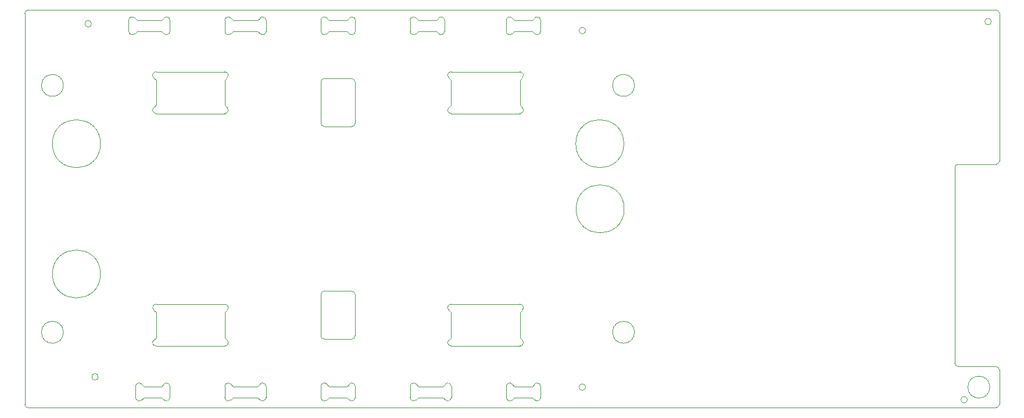
<source format=gm1>
G04 #@! TF.GenerationSoftware,KiCad,Pcbnew,(6.0.1-0)*
G04 #@! TF.CreationDate,2022-03-11T15:24:18+09:00*
G04 #@! TF.ProjectId,qLAMP-main,714c414d-502d-46d6-9169-6e2e6b696361,rev?*
G04 #@! TF.SameCoordinates,Original*
G04 #@! TF.FileFunction,Profile,NP*
%FSLAX46Y46*%
G04 Gerber Fmt 4.6, Leading zero omitted, Abs format (unit mm)*
G04 Created by KiCad (PCBNEW (6.0.1-0)) date 2022-03-11 15:24:18*
%MOMM*%
%LPD*%
G01*
G04 APERTURE LIST*
G04 #@! TA.AperFunction,Profile*
%ADD10C,0.100000*%
G04 #@! TD*
G04 APERTURE END LIST*
D10*
X86942944Y-74501749D02*
X87296497Y-74148195D01*
X111357157Y-127898251D02*
X111003604Y-127544698D01*
X96150050Y-76101749D02*
X96150050Y-74501749D01*
X110150050Y-76101750D02*
G75*
G03*
X111003604Y-76455302I500000J1D01*
G01*
X110150050Y-76101749D02*
X110150050Y-74501749D01*
X87296497Y-127544698D02*
X86942944Y-127898251D01*
X96150050Y-129498251D02*
G75*
G03*
X97003603Y-129851804I500000J1D01*
G01*
X138357157Y-74501749D02*
X140942944Y-74501749D01*
X78036000Y-92500000D02*
G75*
G03*
X78036000Y-92500000I-3500000J0D01*
G01*
X124357157Y-74501749D02*
X126942944Y-74501749D01*
X72636000Y-84000000D02*
G75*
G03*
X72636000Y-84000000I-1600000J0D01*
G01*
X115150050Y-129498251D02*
X115150050Y-127898251D01*
X111003604Y-127544698D02*
G75*
G03*
X110150050Y-127898250I-353554J-353553D01*
G01*
X88150050Y-127898251D02*
G75*
G03*
X87296497Y-127544698I-500000J-1D01*
G01*
X82150050Y-76101749D02*
X82150050Y-74501749D01*
X129135050Y-121998251D02*
X139135050Y-121998251D01*
X138357157Y-127898251D02*
X138003604Y-127544698D01*
X115136000Y-114500000D02*
G75*
G03*
X114636000Y-114000000I-500001J-1D01*
G01*
X209000000Y-95000000D02*
X209000000Y-73500000D01*
X113942944Y-129498251D02*
X114296497Y-129851805D01*
X140942944Y-127898251D02*
X138357157Y-127898251D01*
X208500000Y-95500000D02*
G75*
G03*
X209000000Y-95000000I-1J500001D01*
G01*
X142150050Y-127898251D02*
G75*
G03*
X141296497Y-127544698I-500000J-1D01*
G01*
X139135050Y-86894642D02*
X139488604Y-87248195D01*
X128781497Y-116751805D02*
X129135050Y-117105358D01*
X128781497Y-121144698D02*
G75*
G03*
X129135050Y-121998250I353553J-353553D01*
G01*
X111003604Y-129851805D02*
X111357157Y-129498251D01*
X139488604Y-116751805D02*
G75*
G03*
X139135050Y-115898250I-353554J353554D01*
G01*
X110136000Y-89500000D02*
X110136000Y-83500000D01*
X207600000Y-128000000D02*
G75*
G03*
X207600000Y-128000000I-1600000J0D01*
G01*
X129135050Y-115898251D02*
G75*
G03*
X128781497Y-116751804I1J-500000D01*
G01*
X208500000Y-131000000D02*
X67500000Y-131000000D01*
X96135050Y-120791145D02*
X96135050Y-117105358D01*
X96488604Y-121144698D02*
X96135050Y-120791145D01*
X139488603Y-82855302D02*
G75*
G03*
X139135050Y-82001749I-353552J353554D01*
G01*
X96488604Y-116751805D02*
G75*
G03*
X96135050Y-115898250I-353554J353554D01*
G01*
X96150050Y-127898251D02*
X96150050Y-129498251D01*
X126942944Y-76101749D02*
X124357157Y-76101749D01*
X114636000Y-121000000D02*
X110636000Y-121000000D01*
X87296497Y-76455302D02*
G75*
G03*
X88150050Y-76101749I353554J353552D01*
G01*
X110150050Y-129498251D02*
G75*
G03*
X111003603Y-129851804I500000J1D01*
G01*
X97357157Y-127898251D02*
X97003604Y-127544698D01*
X110136000Y-120500000D02*
G75*
G03*
X110636000Y-121000000I500001J1D01*
G01*
X140942944Y-76101749D02*
X138357157Y-76101749D01*
X139135050Y-82001749D02*
X129135050Y-82001749D01*
X110636000Y-114000000D02*
G75*
G03*
X110136000Y-114500000I1J-500001D01*
G01*
X85781497Y-116751805D02*
X86135050Y-117105358D01*
X141296497Y-76455302D02*
G75*
G03*
X142150050Y-76101749I353554J353552D01*
G01*
X139135050Y-120791145D02*
X139135050Y-117105358D01*
X123150050Y-76101749D02*
X123150050Y-74501749D01*
X85781497Y-87248196D02*
G75*
G03*
X86135050Y-88101749I353552J-353554D01*
G01*
X67000000Y-130500000D02*
G75*
G03*
X67500000Y-131000000I500001J1D01*
G01*
X96135050Y-115898251D02*
X86135050Y-115898251D01*
X129150050Y-129498251D02*
X129150050Y-127898251D01*
X139135050Y-115898251D02*
X129135050Y-115898251D01*
X208500000Y-125000000D02*
X203000000Y-125000000D01*
X102150050Y-129498251D02*
X102150050Y-127898251D01*
X128150050Y-74501749D02*
X128150050Y-76101749D01*
X115136000Y-83500000D02*
G75*
G03*
X114636000Y-83000000I-500001J-1D01*
G01*
X87296497Y-129851805D02*
G75*
G03*
X88150050Y-129498250I353553J353554D01*
G01*
X113942944Y-127898251D02*
X111357157Y-127898251D01*
X78036000Y-111500000D02*
G75*
G03*
X78036000Y-111500000I-3500000J0D01*
G01*
X209000000Y-73500000D02*
G75*
G03*
X208500000Y-73000000I-500001J-1D01*
G01*
X124357157Y-76101749D02*
X124003604Y-76455302D01*
X96488604Y-82855302D02*
X96135050Y-83208855D01*
X72636000Y-120000000D02*
G75*
G03*
X72636000Y-120000000I-1600000J0D01*
G01*
X115150050Y-127898251D02*
G75*
G03*
X114296497Y-127544698I-500000J-1D01*
G01*
X83357157Y-76101749D02*
X83003604Y-76455302D01*
X154278441Y-92500000D02*
G75*
G03*
X154278441Y-92500000I-3500000J0D01*
G01*
X83150050Y-129498251D02*
G75*
G03*
X84003603Y-129851804I500000J1D01*
G01*
X139488604Y-121144698D02*
X139135050Y-120791145D01*
X128781497Y-87248195D02*
X129135050Y-86894642D01*
X97357157Y-74501749D02*
X100942944Y-74501749D01*
X84357157Y-127898251D02*
X84003604Y-127544698D01*
X97357157Y-76101749D02*
X97003604Y-76455302D01*
X123150050Y-127898251D02*
X123150050Y-129498251D01*
X202500000Y-124500000D02*
G75*
G03*
X203000000Y-125000000I500001J1D01*
G01*
X127942944Y-127898251D02*
X124357157Y-127898251D01*
X100942944Y-127898251D02*
X97357157Y-127898251D01*
X85781497Y-87248195D02*
X86135050Y-86894642D01*
X97003604Y-129851805D02*
X97357157Y-129498251D01*
X203000000Y-95500000D02*
X208500000Y-95500000D01*
X86135050Y-83208855D02*
X85781497Y-82855302D01*
X114296497Y-127544698D02*
X113942944Y-127898251D01*
X102150050Y-74501749D02*
X102150050Y-76101749D01*
X86942944Y-127898251D02*
X84357157Y-127898251D01*
X96135050Y-86894642D02*
X96488604Y-87248195D01*
X141296497Y-129851805D02*
G75*
G03*
X142150050Y-129498250I353553J353554D01*
G01*
X128150049Y-74501750D02*
G75*
G03*
X127296497Y-74148195I-499999J2D01*
G01*
X137150050Y-129498251D02*
G75*
G03*
X138003603Y-129851804I500000J1D01*
G01*
X85781497Y-121144698D02*
G75*
G03*
X86135050Y-121998250I353553J-353553D01*
G01*
X86135050Y-121998251D02*
X96135050Y-121998251D01*
X102150049Y-74501750D02*
G75*
G03*
X101296497Y-74148195I-499999J2D01*
G01*
X139135050Y-88101749D02*
X129135050Y-88101749D01*
X155836000Y-120000000D02*
G75*
G03*
X155836000Y-120000000I-1600000J0D01*
G01*
X86135050Y-115898251D02*
G75*
G03*
X85781497Y-116751804I1J-500000D01*
G01*
X110636000Y-114000000D02*
X114636000Y-114000000D01*
X128781497Y-87248196D02*
G75*
G03*
X129135050Y-88101749I353552J-353554D01*
G01*
X86942944Y-129498251D02*
X87296497Y-129851805D01*
X83003603Y-74148196D02*
G75*
G03*
X82150050Y-74501749I-353554J-353552D01*
G01*
X77711000Y-126500000D02*
G75*
G03*
X77711000Y-126500000I-475000J0D01*
G01*
X86942944Y-76101749D02*
X83357157Y-76101749D01*
X101296497Y-76455302D02*
X100942944Y-76101749D01*
X208500000Y-131000000D02*
G75*
G03*
X209000000Y-130500000I-1J500001D01*
G01*
X88150050Y-74501749D02*
X88150050Y-76101749D01*
X123150050Y-76101750D02*
G75*
G03*
X124003604Y-76455302I500000J1D01*
G01*
X96135050Y-121998251D02*
G75*
G03*
X96488603Y-121144698I-1J500000D01*
G01*
X110136000Y-89500000D02*
G75*
G03*
X110636000Y-90000000I500001J1D01*
G01*
X110136000Y-120500000D02*
X110136000Y-114500000D01*
X142150050Y-129498251D02*
X142150050Y-127898251D01*
X114296497Y-76455302D02*
X113942944Y-76101749D01*
X86135050Y-120791145D02*
X85781497Y-121144698D01*
X139135050Y-121998251D02*
G75*
G03*
X139488603Y-121144698I-1J500000D01*
G01*
X140942944Y-129498251D02*
X141296497Y-129851805D01*
X67500000Y-73000000D02*
G75*
G03*
X67000000Y-73500000I1J-500001D01*
G01*
X114636000Y-121000000D02*
G75*
G03*
X115136000Y-120500000I-1J500001D01*
G01*
X138357157Y-76101749D02*
X138003604Y-76455302D01*
X111003604Y-74148195D02*
X111357157Y-74501749D01*
X148711000Y-76000000D02*
G75*
G03*
X148711000Y-76000000I-475000J0D01*
G01*
X67000000Y-130500000D02*
X67000000Y-73500000D01*
X124003603Y-74148196D02*
G75*
G03*
X123150050Y-74501749I-353554J-353552D01*
G01*
X129150050Y-127898251D02*
G75*
G03*
X128296497Y-127544698I-500000J-1D01*
G01*
X140942944Y-74501749D02*
X141296497Y-74148195D01*
X124003604Y-74148195D02*
X124357157Y-74501749D01*
X101296497Y-127544698D02*
X100942944Y-127898251D01*
X154331000Y-102000000D02*
G75*
G03*
X154331000Y-102000000I-3500000J0D01*
G01*
X142150050Y-74501749D02*
X142150050Y-76101749D01*
X203000000Y-95500000D02*
G75*
G03*
X202500000Y-96000000I1J-500001D01*
G01*
X139135050Y-88101750D02*
G75*
G03*
X139488604Y-87248195I0J500001D01*
G01*
X137150050Y-76101749D02*
X137150050Y-74501749D01*
X111357157Y-76101749D02*
X111003604Y-76455302D01*
X124003604Y-129851805D02*
X124357157Y-129498251D01*
X84357157Y-129498251D02*
X86942944Y-129498251D01*
X97003603Y-74148196D02*
G75*
G03*
X96150050Y-74501749I-353554J-353552D01*
G01*
X115136000Y-89500000D02*
X115136000Y-83500000D01*
X113942944Y-74501749D02*
X114296497Y-74148195D01*
X82150050Y-76101750D02*
G75*
G03*
X83003604Y-76455302I500000J1D01*
G01*
X128296497Y-127544698D02*
X127942944Y-127898251D01*
X87296497Y-76455302D02*
X86942944Y-76101749D01*
X111003603Y-74148196D02*
G75*
G03*
X110150050Y-74501749I-353554J-353552D01*
G01*
X129135050Y-120791145D02*
X128781497Y-121144698D01*
X86135050Y-82001750D02*
G75*
G03*
X85781497Y-82855302I0J-499999D01*
G01*
X127296497Y-76455302D02*
X126942944Y-76101749D01*
X138003604Y-74148195D02*
X138357157Y-74501749D01*
X101296497Y-129851805D02*
G75*
G03*
X102150050Y-129498250I353553J353554D01*
G01*
X76711000Y-75000000D02*
G75*
G03*
X76711000Y-75000000I-475000J0D01*
G01*
X129135050Y-117105358D02*
X129135050Y-120791145D01*
X139135050Y-117105358D02*
X139488604Y-116751805D01*
X100942944Y-129498251D02*
X101296497Y-129851805D01*
X142150049Y-74501750D02*
G75*
G03*
X141296497Y-74148195I-499999J2D01*
G01*
X111357157Y-74501749D02*
X113942944Y-74501749D01*
X129135050Y-86894642D02*
X129135050Y-83208855D01*
X111357157Y-129498251D02*
X113942944Y-129498251D01*
X114296497Y-129851805D02*
G75*
G03*
X115150050Y-129498250I353553J353554D01*
G01*
X148711000Y-128000000D02*
G75*
G03*
X148711000Y-128000000I-475000J0D01*
G01*
X155836000Y-84000000D02*
G75*
G03*
X155836000Y-84000000I-1600000J0D01*
G01*
X127942944Y-129498251D02*
X128296497Y-129851805D01*
X102150050Y-127898251D02*
G75*
G03*
X101296497Y-127544698I-500000J-1D01*
G01*
X110150050Y-127898251D02*
X110150050Y-129498251D01*
X96135050Y-83208855D02*
X96135050Y-86894642D01*
X83357157Y-74501749D02*
X86942944Y-74501749D01*
X141296497Y-127544698D02*
X140942944Y-127898251D01*
X129135050Y-82001750D02*
G75*
G03*
X128781497Y-82855302I0J-499999D01*
G01*
X101296497Y-76455302D02*
G75*
G03*
X102150050Y-76101749I353554J353552D01*
G01*
X124003604Y-127544698D02*
G75*
G03*
X123150050Y-127898250I-353554J-353553D01*
G01*
X115136000Y-120500000D02*
X115136000Y-114500000D01*
X138003604Y-127544698D02*
G75*
G03*
X137150050Y-127898250I-353554J-353553D01*
G01*
X100942944Y-74501749D02*
X101296497Y-74148195D01*
X124357157Y-129498251D02*
X127942944Y-129498251D01*
X126942944Y-74501749D02*
X127296497Y-74148195D01*
X204335000Y-129840000D02*
G75*
G03*
X204335000Y-129840000I-475000J0D01*
G01*
X124357157Y-127898251D02*
X124003604Y-127544698D01*
X115150049Y-74501750D02*
G75*
G03*
X114296497Y-74148195I-499999J2D01*
G01*
X207825000Y-74695000D02*
G75*
G03*
X207825000Y-74695000I-475000J0D01*
G01*
X128296497Y-129851805D02*
G75*
G03*
X129150050Y-129498250I353553J353554D01*
G01*
X141296497Y-76455302D02*
X140942944Y-76101749D01*
X97003604Y-127544698D02*
G75*
G03*
X96150050Y-127898250I-353554J-353553D01*
G01*
X86135050Y-86894642D02*
X86135050Y-83208855D01*
X96135050Y-88101750D02*
G75*
G03*
X96488604Y-87248195I0J500001D01*
G01*
X137150050Y-76101750D02*
G75*
G03*
X138003604Y-76455302I500000J1D01*
G01*
X97357157Y-129498251D02*
X100942944Y-129498251D01*
X139135050Y-83208855D02*
X139135050Y-86894642D01*
X138003603Y-74148196D02*
G75*
G03*
X137150050Y-74501749I-353554J-353552D01*
G01*
X138357157Y-129498251D02*
X140942944Y-129498251D01*
X115150050Y-74501749D02*
X115150050Y-76101749D01*
X110636000Y-83000000D02*
G75*
G03*
X110136000Y-83500000I1J-500001D01*
G01*
X96135050Y-88101749D02*
X86135050Y-88101749D01*
X110636000Y-83000000D02*
X114636000Y-83000000D01*
X139488604Y-82855302D02*
X139135050Y-83208855D01*
X88150049Y-74501750D02*
G75*
G03*
X87296497Y-74148195I-499999J2D01*
G01*
X86135050Y-117105358D02*
X86135050Y-120791145D01*
X138003604Y-129851805D02*
X138357157Y-129498251D01*
X209000000Y-125500000D02*
X209000000Y-130500000D01*
X114636000Y-90000000D02*
G75*
G03*
X115136000Y-89500000I-1J500001D01*
G01*
X202500000Y-124500000D02*
X202500000Y-96000000D01*
X84003604Y-129851805D02*
X84357157Y-129498251D01*
X96488603Y-82855302D02*
G75*
G03*
X96135050Y-82001749I-353552J353554D01*
G01*
X83150050Y-127898251D02*
X83150050Y-129498251D01*
X96150050Y-76101750D02*
G75*
G03*
X97003604Y-76455302I500000J1D01*
G01*
X129135050Y-83208855D02*
X128781497Y-82855302D01*
X96135050Y-117105358D02*
X96488604Y-116751805D01*
X123150050Y-129498251D02*
G75*
G03*
X124003603Y-129851804I500000J1D01*
G01*
X127296497Y-76455302D02*
G75*
G03*
X128150050Y-76101749I353554J353552D01*
G01*
X114636000Y-90000000D02*
X110636000Y-90000000D01*
X86135050Y-82001749D02*
X96135050Y-82001749D01*
X209000000Y-125500000D02*
G75*
G03*
X208500000Y-125000000I-500001J-1D01*
G01*
X100942944Y-76101749D02*
X97357157Y-76101749D01*
X97003604Y-74148195D02*
X97357157Y-74501749D01*
X84003604Y-127544698D02*
G75*
G03*
X83150050Y-127898250I-353554J-353553D01*
G01*
X83003604Y-74148195D02*
X83357157Y-74501749D01*
X114296497Y-76455302D02*
G75*
G03*
X115150050Y-76101749I353554J353552D01*
G01*
X88150050Y-129498251D02*
X88150050Y-127898251D01*
X113942944Y-76101749D02*
X111357157Y-76101749D01*
X137150050Y-127898251D02*
X137150050Y-129498251D01*
X208500000Y-73000000D02*
X67500000Y-73000000D01*
M02*

</source>
